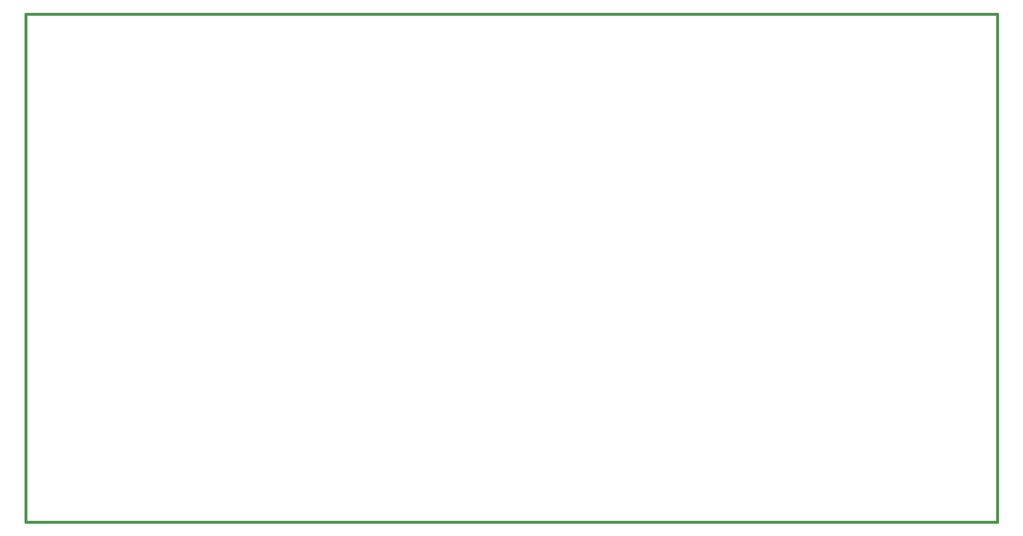
<source format=gbr>
G04 #@! TF.FileFunction,Profile,NP*
%FSLAX46Y46*%
G04 Gerber Fmt 4.6, Leading zero omitted, Abs format (unit mm)*
G04 Created by KiCad (PCBNEW 4.0.5+dfsg1-4+deb9u1) date Mon Sep 26 08:47:17 2022*
%MOMM*%
%LPD*%
G01*
G04 APERTURE LIST*
%ADD10C,0.100000*%
%ADD11C,0.381000*%
G04 APERTURE END LIST*
D10*
D11*
X82550000Y-139700000D02*
X82550000Y-66040000D01*
X223520000Y-139700000D02*
X82550000Y-139700000D01*
X223520000Y-66040000D02*
X223520000Y-139700000D01*
X82550000Y-66040000D02*
X223520000Y-66040000D01*
M02*

</source>
